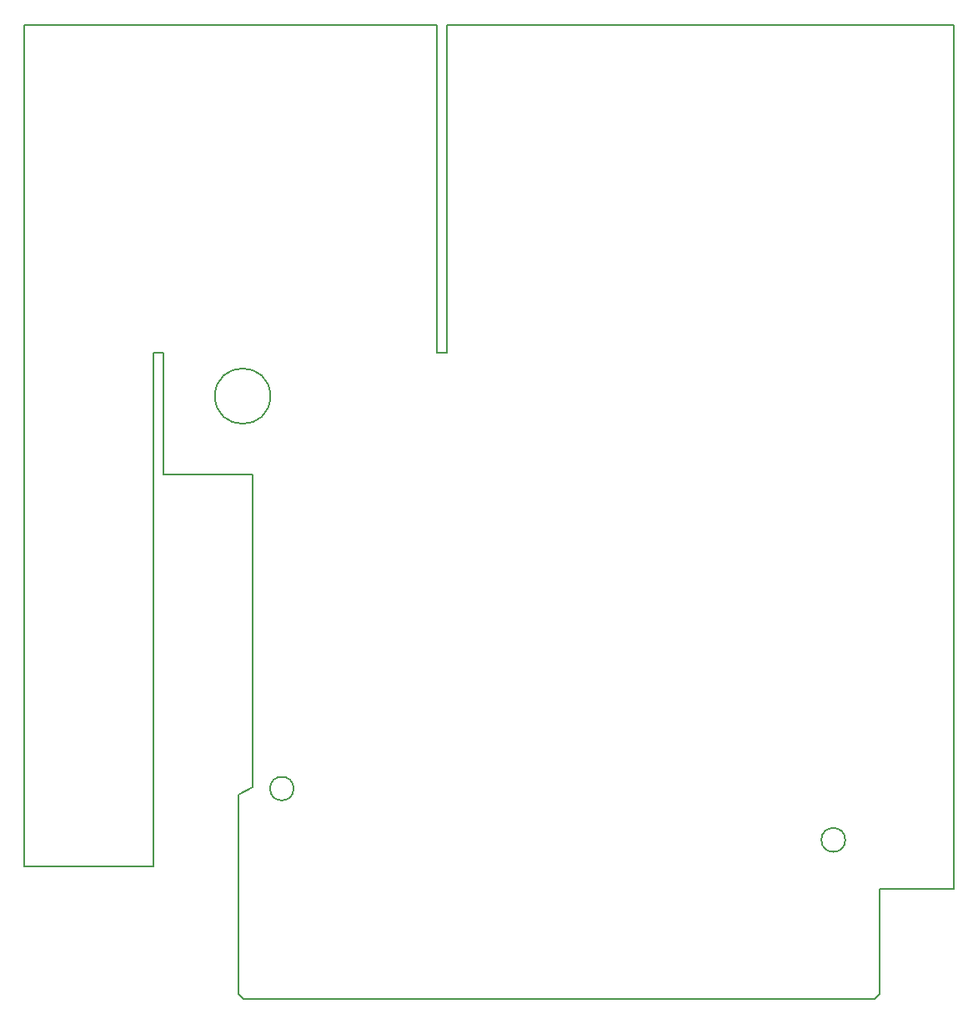
<source format=gbr>
G04 #@! TF.FileFunction,Profile,NP*
%FSLAX46Y46*%
G04 Gerber Fmt 4.6, Leading zero omitted, Abs format (unit mm)*
G04 Created by KiCad (PCBNEW 4.0.2-stable) date 2016-05-24 오전 1:59:57*
%MOMM*%
G01*
G04 APERTURE LIST*
%ADD10C,0.100000*%
%ADD11C,0.150000*%
G04 APERTURE END LIST*
D10*
D11*
X134360000Y-45000000D02*
X185810000Y-45000000D01*
X134360000Y-78230000D02*
X134360000Y-45000000D01*
X133360000Y-78230000D02*
X134360000Y-78230000D01*
X133360000Y-45010000D02*
X133360000Y-78230000D01*
X105550000Y-90610000D02*
X105530000Y-90610000D01*
X105550000Y-78240000D02*
X105550000Y-90620000D01*
X104550000Y-78230000D02*
X105550000Y-78230000D01*
X104550000Y-130430000D02*
X104400000Y-130430000D01*
X104550000Y-78232000D02*
X104550000Y-130430000D01*
X91400000Y-130429000D02*
X104394000Y-130429000D01*
X133360000Y-45011000D02*
X91400000Y-45011000D01*
X91400000Y-45011000D02*
X91400000Y-130429000D01*
X174796963Y-127710000D02*
G75*
G03X174796963Y-127710000I-1216963J0D01*
G01*
X118781499Y-122500000D02*
G75*
G03X118781499Y-122500000I-1201499J0D01*
G01*
X114600000Y-122370000D02*
X113170000Y-123130000D01*
X114600000Y-122360000D02*
X114600000Y-90610000D01*
X105537000Y-90610000D02*
X114600000Y-90610000D01*
X116409786Y-82650000D02*
G75*
G03X116409786Y-82650000I-2809786J0D01*
G01*
X178290000Y-132690000D02*
X185810000Y-132690000D01*
X185810000Y-132690000D02*
X185810000Y-45000000D01*
X178290000Y-143350000D02*
X178290000Y-132690000D01*
X177790000Y-143850000D02*
X178290000Y-143350000D01*
X177350000Y-143850000D02*
X177790000Y-143850000D01*
X113680000Y-143850000D02*
X177350000Y-143850000D01*
X113170000Y-143340000D02*
X113680000Y-143850000D01*
X113170000Y-142800000D02*
X113170000Y-143340000D01*
X113170000Y-123130000D02*
X113170000Y-142800000D01*
M02*

</source>
